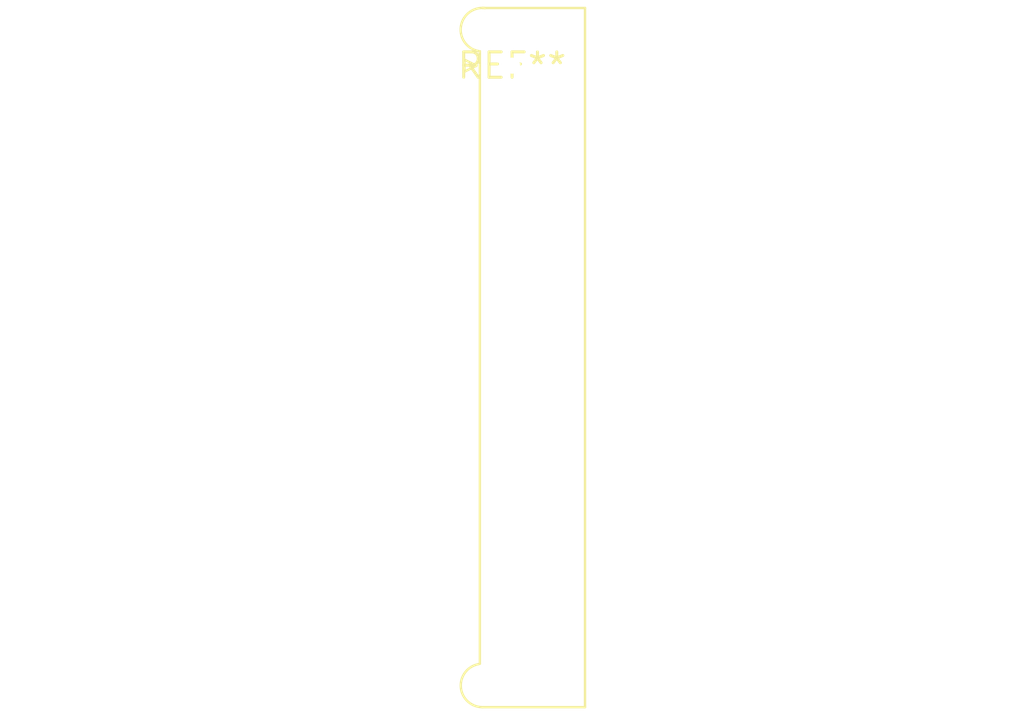
<source format=kicad_pcb>
(kicad_pcb (version 20240108) (generator pcbnew)
  (layers (0 "F.Cu" signal) (31 "B.Cu" signal) (34 "B.Paste" user) (35 "F.Paste" user) (36 "B.SilkS" user "B.Silkscreen") (37 "F.SilkS" user "F.Silkscreen") (38 "B.Mask" user) (39 "F.Mask" user) (44 "Edge.Cuts" user))
  (net 0 "")
  (footprint "Molex_Picoflex_90325-0024_2x12_P1.27mm_Vertical" (layer "F.Cu") (at 0 0)
    (property "Reference" "REF**")
    (property "Value" "Molex_Picoflex_90325-0024_2x12_P1.27mm_Vertical")
    (fp_line (start -2.38 -0.3) (end -2.38 0.3) (layer "F.SilkS") (stroke (width 0.12)))
    (fp_line (start -2.38 0.3) (end -1.78 0) (layer "F.SilkS") (stroke (width 0.12)))
    (fp_line (start -1.78 0) (end -2.38 -0.3) (layer "F.SilkS") (stroke (width 0.12)))
    (fp_line (start -1.61 -0.715) (end -1.61 29.925) (layer "F.SilkS") (stroke (width 0.12)))
    (fp_line (start -1.48 -2.885) (end 3.65 -2.885) (layer "F.SilkS") (stroke (width 0.12)))
    (fp_line (start 3.65 -2.885) (end 3.65 32.095) (layer "F.SilkS") (stroke (width 0.12)))
    (fp_line (start 3.65 32.095) (end -1.48 32.095) (layer "F.SilkS") (stroke (width 0.12)))
    (fp_arc (start -1.61 -0.72) (mid -2.56 -1.93) (end -1.35 -2.88) (layer "F.SilkS") (stroke (width 0.12)))
    (fp_arc (start -1.47 32.095) (mid -2.56 31.114526) (end -1.678256 29.94322) (layer "F.SilkS") (stroke (width 0.12)))
    (pad "" np_thru_hole circle (at -1.48 -1.8) (size 1.5 1.5) (drill 1.5) (layers *.Cu *.Mask))
    (pad "" np_thru_hole circle (at -1.48 31.01) (size 1.5 1.5) (drill 1.5) (layers *.Cu *.Mask))
    (pad "1" thru_hole roundrect (at 0 0) (size 1.8 1.3) (drill 0.8) (layers *.Cu *.Mask) (remove_unused_layers) (roundrect_rratio 0.192308))
    (pad "2" thru_hole oval (at 2.54 1.27) (size 1.8 1.3) (drill 0.8) (layers *.Cu *.Mask) (remove_unused_layers))
    (pad "3" thru_hole oval (at 0 2.54) (size 1.8 1.3) (drill 0.8) (layers *.Cu *.Mask) (remove_unused_layers))
    (pad "4" thru_hole oval (at 2.54 3.81) (size 1.8 1.3) (drill 0.8) (layers *.Cu *.Mask) (remove_unused_layers))
    (pad "5" thru_hole oval (at 0 5.08) (size 1.8 1.3) (drill 0.8) (layers *.Cu *.Mask) (remove_unused_layers))
    (pad "6" thru_hole oval (at 2.54 6.35) (size 1.8 1.3) (drill 0.8) (layers *.Cu *.Mask) (remove_unused_layers))
    (pad "7" thru_hole oval (at 0 7.62) (size 1.8 1.3) (drill 0.8) (layers *.Cu *.Mask) (remove_unused_layers))
    (pad "8" thru_hole oval (at 2.54 8.89) (size 1.8 1.3) (drill 0.8) (layers *.Cu *.Mask) (remove_unused_layers))
    (pad "9" thru_hole oval (at 0 10.16) (size 1.8 1.3) (drill 0.8) (layers *.Cu *.Mask) (remove_unused_layers))
    (pad "10" thru_hole oval (at 2.54 11.43) (size 1.8 1.3) (drill 0.8) (layers *.Cu *.Mask) (remove_unused_layers))
    (pad "11" thru_hole oval (at 0 12.7) (size 1.8 1.3) (drill 0.8) (layers *.Cu *.Mask) (remove_unused_layers))
    (pad "12" thru_hole oval (at 2.54 13.97) (size 1.8 1.3) (drill 0.8) (layers *.Cu *.Mask) (remove_unused_layers))
    (pad "13" thru_hole oval (at 0 15.24) (size 1.8 1.3) (drill 0.8) (layers *.Cu *.Mask) (remove_unused_layers))
    (pad "14" thru_hole oval (at 2.54 16.51) (size 1.8 1.3) (drill 0.8) (layers *.Cu *.Mask) (remove_unused_layers))
    (pad "15" thru_hole oval (at 0 17.78) (size 1.8 1.3) (drill 0.8) (layers *.Cu *.Mask) (remove_unused_layers))
    (pad "16" thru_hole oval (at 2.54 19.05) (size 1.8 1.3) (drill 0.8) (layers *.Cu *.Mask) (remove_unused_layers))
    (pad "17" thru_hole oval (at 0 20.32) (size 1.8 1.3) (drill 0.8) (layers *.Cu *.Mask) (remove_unused_layers))
    (pad "18" thru_hole oval (at 2.54 21.59) (size 1.8 1.3) (drill 0.8) (layers *.Cu *.Mask) (remove_unused_layers))
    (pad "19" thru_hole oval (at 0 22.86) (size 1.8 1.3) (drill 0.8) (layers *.Cu *.Mask) (remove_unused_layers))
    (pad "20" thru_hole oval (at 2.54 24.13) (size 1.8 1.3) (drill 0.8) (layers *.Cu *.Mask) (remove_unused_layers))
    (pad "21" thru_hole oval (at 0 25.4) (size 1.8 1.3) (drill 0.8) (layers *.Cu *.Mask) (remove_unused_layers))
    (pad "22" thru_hole oval (at 2.54 26.67) (size 1.8 1.3) (drill 0.8) (layers *.Cu *.Mask) (remove_unused_layers))
    (pad "23" thru_hole oval (at 0 27.94) (size 1.8 1.3) (drill 0.8) (layers *.Cu *.Mask) (remove_unused_layers))
    (pad "24" thru_hole oval (at 2.54 29.21) (size 1.8 1.3) (drill 0.8) (layers *.Cu *.Mask) (remove_unused_layers))
  )
)
</source>
